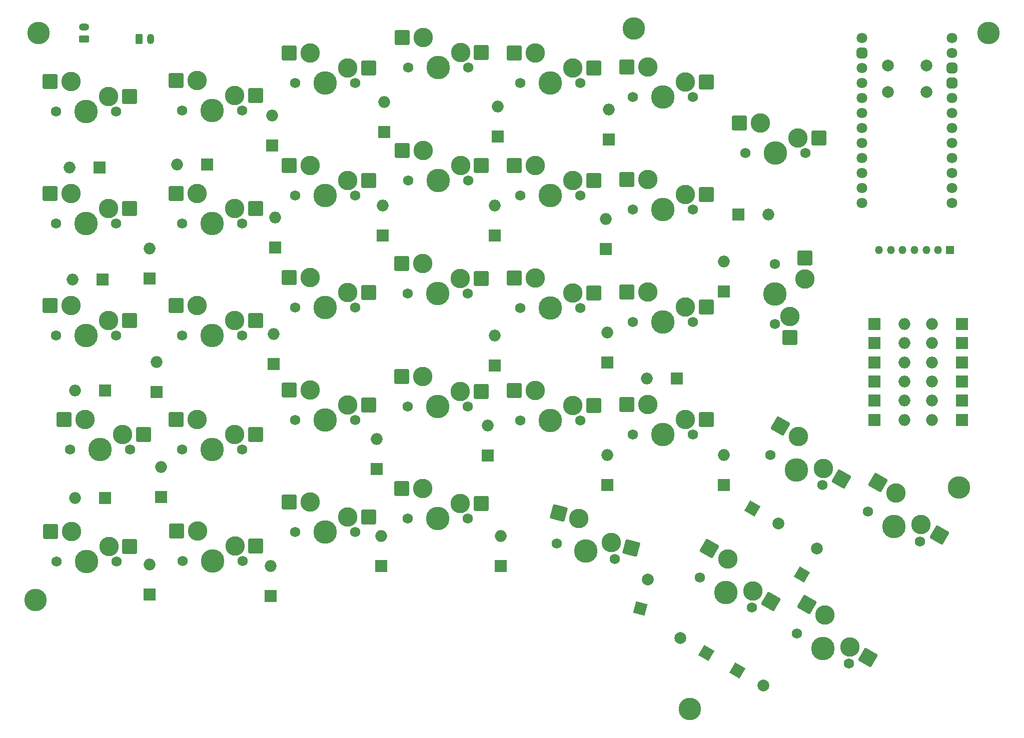
<source format=gts>
%TF.GenerationSoftware,KiCad,Pcbnew,8.0.2-1*%
%TF.CreationDate,2024-06-04T22:44:41+02:00*%
%TF.ProjectId,keyboard_right,6b657962-6f61-4726-945f-72696768742e,rev?*%
%TF.SameCoordinates,Original*%
%TF.FileFunction,Soldermask,Top*%
%TF.FilePolarity,Negative*%
%FSLAX46Y46*%
G04 Gerber Fmt 4.6, Leading zero omitted, Abs format (unit mm)*
G04 Created by KiCad (PCBNEW 8.0.2-1) date 2024-06-04 22:44:41*
%MOMM*%
%LPD*%
G01*
G04 APERTURE LIST*
G04 Aperture macros list*
%AMRoundRect*
0 Rectangle with rounded corners*
0 $1 Rounding radius*
0 $2 $3 $4 $5 $6 $7 $8 $9 X,Y pos of 4 corners*
0 Add a 4 corners polygon primitive as box body*
4,1,4,$2,$3,$4,$5,$6,$7,$8,$9,$2,$3,0*
0 Add four circle primitives for the rounded corners*
1,1,$1+$1,$2,$3*
1,1,$1+$1,$4,$5*
1,1,$1+$1,$6,$7*
1,1,$1+$1,$8,$9*
0 Add four rect primitives between the rounded corners*
20,1,$1+$1,$2,$3,$4,$5,0*
20,1,$1+$1,$4,$5,$6,$7,0*
20,1,$1+$1,$6,$7,$8,$9,0*
20,1,$1+$1,$8,$9,$2,$3,0*%
%AMHorizOval*
0 Thick line with rounded ends*
0 $1 width*
0 $2 $3 position (X,Y) of the first rounded end (center of the circle)*
0 $4 $5 position (X,Y) of the second rounded end (center of the circle)*
0 Add line between two ends*
20,1,$1,$2,$3,$4,$5,0*
0 Add two circle primitives to create the rounded ends*
1,1,$1,$2,$3*
1,1,$1,$4,$5*%
%AMRotRect*
0 Rectangle, with rotation*
0 The origin of the aperture is its center*
0 $1 length*
0 $2 width*
0 $3 Rotation angle, in degrees counterclockwise*
0 Add horizontal line*
21,1,$1,$2,0,0,$3*%
G04 Aperture macros list end*
%ADD10R,2.000000X2.000000*%
%ADD11O,2.000000X2.000000*%
%ADD12C,1.800000*%
%ADD13RoundRect,0.450000X0.450000X0.450000X-0.450000X0.450000X-0.450000X-0.450000X0.450000X-0.450000X0*%
%ADD14R,1.350000X1.350000*%
%ADD15O,1.350000X1.350000*%
%ADD16C,3.800000*%
%ADD17RoundRect,0.250000X0.625000X-0.350000X0.625000X0.350000X-0.625000X0.350000X-0.625000X-0.350000X0*%
%ADD18O,1.750000X1.200000*%
%ADD19RoundRect,0.250000X-0.350000X-0.625000X0.350000X-0.625000X0.350000X0.625000X-0.350000X0.625000X0*%
%ADD20O,1.200000X1.750000*%
%ADD21C,1.750000*%
%ADD22C,3.987800*%
%ADD23C,3.300000*%
%ADD24RoundRect,0.250000X-1.000000X1.025000X-1.000000X-1.025000X1.000000X-1.025000X1.000000X1.025000X0*%
%ADD25RoundRect,0.250000X-1.025000X-1.000000X1.025000X-1.000000X1.025000X1.000000X-1.025000X1.000000X0*%
%ADD26RotRect,2.000000X2.000000X330.000000*%
%ADD27HorizOval,2.000000X0.000000X0.000000X0.000000X0.000000X0*%
%ADD28RoundRect,0.250000X-1.387676X-0.353525X0.387676X-1.378525X1.387676X0.353525X-0.387676X1.378525X0*%
%ADD29RotRect,2.000000X2.000000X150.000000*%
%ADD30HorizOval,2.000000X0.000000X0.000000X0.000000X0.000000X0*%
%ADD31RoundRect,0.250000X-1.248893X-0.700636X0.731255X-1.231215X1.248893X0.700636X-0.731255X1.231215X0*%
%ADD32RotRect,2.000000X2.000000X75.000000*%
%ADD33HorizOval,2.000000X0.000000X0.000000X0.000000X0.000000X0*%
%ADD34HorizOval,2.000000X0.000000X0.000000X0.000000X0.000000X0*%
%ADD35RotRect,2.000000X2.000000X60.000000*%
%ADD36C,2.000000*%
G04 APERTURE END LIST*
D10*
%TO.C,D_I_[6:1]1*%
X183960000Y-96000000D03*
D11*
X189040000Y-96000000D03*
%TD*%
D10*
%TO.C,D_I_[3:2]1*%
X198790000Y-86250000D03*
D11*
X193710000Y-86250000D03*
%TD*%
D10*
%TO.C,D_I_[2:1]1*%
X183960000Y-83000000D03*
D11*
X189040000Y-83000000D03*
%TD*%
D10*
%TO.C,D_I_[5:1]1*%
X183960000Y-92750000D03*
D11*
X189040000Y-92750000D03*
%TD*%
D10*
%TO.C,DI_[1:1]1*%
X183960000Y-79750000D03*
D11*
X189040000Y-79750000D03*
%TD*%
D12*
%TO.C,U1*%
X197120000Y-31337500D03*
X197120000Y-33877500D03*
D13*
X197120000Y-36417500D03*
X197120000Y-38957500D03*
D12*
X197120000Y-41497500D03*
X197120000Y-44037500D03*
X197120000Y-46577500D03*
X197120000Y-49117500D03*
X197120000Y-51657500D03*
X197120000Y-54197500D03*
X197120000Y-56737500D03*
X197120000Y-59277500D03*
X181880000Y-31337500D03*
D13*
X181880000Y-33877500D03*
D12*
X181880000Y-36417500D03*
X181880000Y-38957500D03*
X181880000Y-41497500D03*
X181880000Y-44037500D03*
X181880000Y-46577500D03*
X181880000Y-49117500D03*
X181880000Y-51657500D03*
X181880000Y-54197500D03*
X181880000Y-56737500D03*
X181880000Y-59277500D03*
%TD*%
D10*
%TO.C,D_I_[4:1]1*%
X183960000Y-89500000D03*
D11*
X189040000Y-89500000D03*
%TD*%
D14*
%TO.C,Display*%
X196750000Y-67250000D03*
D15*
X194750000Y-67250000D03*
X192750000Y-67250000D03*
X190750000Y-67250000D03*
X188750000Y-67250000D03*
X186750000Y-67250000D03*
X184750000Y-67250000D03*
%TD*%
D10*
%TO.C,D_I[1:2]1*%
X198790000Y-79750000D03*
D11*
X193710000Y-79750000D03*
%TD*%
D10*
%TO.C,D_I_[5:2]1*%
X198790000Y-92750000D03*
D11*
X193710000Y-92750000D03*
%TD*%
D10*
%TO.C,D_I_[4:2]1*%
X198790000Y-89500000D03*
D11*
X193710000Y-89500000D03*
%TD*%
D10*
%TO.C,D_I_[6:2]1*%
X198790000Y-96000000D03*
D11*
X193710000Y-96000000D03*
%TD*%
D10*
%TO.C,D_I_[2:2]1*%
X198790000Y-83000000D03*
D11*
X193710000Y-83000000D03*
%TD*%
D10*
%TO.C,D_I_[3:1]1*%
X183960000Y-86250000D03*
D11*
X189040000Y-86250000D03*
%TD*%
D16*
%TO.C,H1*%
X198250000Y-107500000D03*
%TD*%
%TO.C,H2*%
X42500000Y-30500000D03*
%TD*%
D17*
%TO.C,Battery1*%
X50200000Y-31500000D03*
D18*
X50200000Y-29500000D03*
%TD*%
D16*
%TO.C,H3*%
X152750000Y-145000000D03*
%TD*%
%TO.C,H6*%
X143250000Y-29750000D03*
%TD*%
D19*
%TO.C,ON/OFF1*%
X59500000Y-31500000D03*
D20*
X61500000Y-31500000D03*
%TD*%
D16*
%TO.C,H7*%
X203250000Y-30500000D03*
%TD*%
%TO.C,H5*%
X42000000Y-126500000D03*
%TD*%
D10*
%TO.C,D[3:2]1*%
X82500000Y-66790000D03*
D11*
X82500000Y-61710000D03*
%TD*%
D21*
%TO.C,SW_[7:2]1*%
X167150000Y-69590000D03*
D22*
X167150000Y-74670000D03*
D21*
X167150000Y-79750000D03*
D23*
X169690000Y-78480000D03*
D24*
X169690000Y-82030000D03*
X172230000Y-68580000D03*
D23*
X172230000Y-72130000D03*
%TD*%
D21*
%TO.C,SW_[1:4]1*%
X47840000Y-101000000D03*
D22*
X52920000Y-101000000D03*
D21*
X58000000Y-101000000D03*
D23*
X56730000Y-98460000D03*
D25*
X60280000Y-98460000D03*
X46830000Y-95920000D03*
D23*
X50380000Y-95920000D03*
%TD*%
D10*
%TO.C,D[4:2]1*%
X100750000Y-64790000D03*
D11*
X100750000Y-59710000D03*
%TD*%
D10*
%TO.C,D[5:1]1*%
X120250000Y-48040000D03*
D11*
X120250000Y-42960000D03*
%TD*%
%TO.C,D[1:5]1*%
X61250000Y-120460000D03*
D10*
X61250000Y-125540000D03*
%TD*%
%TO.C,D[6:2]1*%
X138500000Y-67040000D03*
D11*
X138500000Y-61960000D03*
%TD*%
D21*
%TO.C,SW_[6:1]1*%
X143070000Y-41300000D03*
D22*
X148150000Y-41300000D03*
D21*
X153230000Y-41300000D03*
D23*
X151960000Y-38760000D03*
D25*
X155510000Y-38760000D03*
X142060000Y-36220000D03*
D23*
X145610000Y-36220000D03*
%TD*%
D10*
%TO.C,D[5:2]1*%
X119750000Y-64790000D03*
D11*
X119750000Y-59710000D03*
%TD*%
D21*
%TO.C,SW_[2:4]1*%
X66784800Y-101000000D03*
D22*
X71864800Y-101000000D03*
D21*
X76944800Y-101000000D03*
D23*
X75674800Y-98460000D03*
D25*
X79224800Y-98460000D03*
X65774800Y-95920000D03*
D23*
X69324800Y-95920000D03*
%TD*%
D21*
%TO.C,SW_[2:5]1*%
X66840000Y-119930500D03*
D22*
X71920000Y-119930500D03*
D21*
X77000000Y-119930500D03*
D23*
X75730000Y-117390500D03*
D25*
X79280000Y-117390500D03*
X65830000Y-114850500D03*
D23*
X69380000Y-114850500D03*
%TD*%
%TO.C,SW_[1:3]1*%
X47960000Y-76670000D03*
D25*
X44410000Y-76670000D03*
X57860000Y-79210000D03*
D23*
X54310000Y-79210000D03*
D21*
X55580000Y-81750000D03*
D22*
X50500000Y-81750000D03*
D21*
X45420000Y-81750000D03*
%TD*%
D10*
%TO.C,D[6:1]1*%
X139000000Y-48540000D03*
D11*
X139000000Y-43460000D03*
%TD*%
D10*
%TO.C,D[4:5]1*%
X120750000Y-120790000D03*
D11*
X120750000Y-115710000D03*
%TD*%
D26*
%TO.C,D[7:3]1*%
X163300300Y-110980000D03*
D27*
X167699709Y-113520000D03*
%TD*%
D21*
%TO.C,SW_[6:3]1*%
X143070000Y-79430500D03*
D22*
X148150000Y-79430500D03*
D21*
X153230000Y-79430500D03*
D23*
X151960000Y-76890500D03*
D25*
X155510000Y-76890500D03*
X142060000Y-74350500D03*
D23*
X145610000Y-74350500D03*
%TD*%
D21*
%TO.C,SW_[6:5]1*%
X154400590Y-122710001D03*
D22*
X158800000Y-125250000D03*
D21*
X163199410Y-127789999D03*
D23*
X163369557Y-124955295D03*
D28*
X166443947Y-126730295D03*
X156065905Y-117805591D03*
D23*
X159140295Y-119580591D03*
%TD*%
D21*
%TO.C,SW_[2:2]1*%
X66784800Y-62750000D03*
D22*
X71864800Y-62750000D03*
D21*
X76944800Y-62750000D03*
D23*
X75674800Y-60210000D03*
D25*
X79224800Y-60210000D03*
X65774800Y-57670000D03*
D23*
X69324800Y-57670000D03*
%TD*%
D21*
%TO.C,SW_[4:3]1*%
X105000000Y-74630500D03*
D22*
X110080000Y-74630500D03*
D21*
X115160000Y-74630500D03*
D23*
X113890000Y-72090500D03*
D25*
X117440000Y-72090500D03*
X103990000Y-69550500D03*
D23*
X107540000Y-69550500D03*
%TD*%
D10*
%TO.C,D[1:1]1*%
X52790000Y-53250000D03*
D11*
X47710000Y-53250000D03*
%TD*%
D10*
%TO.C,D[4:1]1*%
X101000000Y-47290000D03*
D11*
X101000000Y-42210000D03*
%TD*%
D10*
%TO.C,D[2:4]1*%
X63250000Y-109040000D03*
D11*
X63250000Y-103960000D03*
%TD*%
D10*
%TO.C,D[1:4]1*%
X53790000Y-109250000D03*
D11*
X48710000Y-109250000D03*
%TD*%
D29*
%TO.C,D[6:5]1*%
X155500000Y-135500000D03*
D30*
X151100591Y-132960000D03*
%TD*%
D21*
%TO.C,SW_[6:4]1*%
X143070000Y-98450000D03*
D22*
X148150000Y-98450000D03*
D21*
X153230000Y-98450000D03*
D23*
X151960000Y-95910000D03*
D25*
X155510000Y-95910000D03*
X142060000Y-93370000D03*
D23*
X145610000Y-93370000D03*
%TD*%
%TO.C,SW_[5:5]1*%
X133954448Y-112670895D03*
D31*
X130525412Y-111752089D03*
X142859714Y-117686657D03*
D23*
X139430677Y-116767850D03*
D21*
X140000004Y-119550001D03*
D22*
X135093100Y-118235200D03*
D21*
X130186196Y-116920399D03*
%TD*%
D10*
%TO.C,D[6:4]1*%
X158500000Y-107040000D03*
D11*
X158500000Y-101960000D03*
%TD*%
D21*
%TO.C,SW_[7:3]1*%
X166351191Y-101970000D03*
D22*
X170750600Y-104510000D03*
D21*
X175150009Y-107050000D03*
D23*
X175320157Y-104215295D03*
D28*
X178394547Y-105990295D03*
X168016505Y-97065591D03*
D23*
X171090895Y-98840591D03*
%TD*%
D21*
%TO.C,SW_[3:1]1*%
X85920000Y-38950600D03*
D22*
X91000000Y-38950600D03*
D21*
X96080000Y-38950600D03*
D23*
X94810000Y-36410600D03*
D25*
X98360000Y-36410600D03*
X84910000Y-33870600D03*
D23*
X88460000Y-33870600D03*
%TD*%
D21*
%TO.C,SW_[6:2]1*%
X143070000Y-60350000D03*
D22*
X148150000Y-60350000D03*
D21*
X153230000Y-60350000D03*
D23*
X151960000Y-57810000D03*
D25*
X155510000Y-57810000D03*
X142060000Y-55270000D03*
D23*
X145610000Y-55270000D03*
%TD*%
D10*
%TO.C,D[5:4]1*%
X138750000Y-107040000D03*
D11*
X138750000Y-101960000D03*
%TD*%
D32*
%TO.C,D[5:5]1*%
X144342600Y-127953500D03*
D33*
X145657400Y-123046597D03*
%TD*%
D11*
%TO.C,D[1:2]1*%
X48210000Y-72250000D03*
D10*
X53290000Y-72250000D03*
%TD*%
%TO.C,D[2:3]1*%
X62500000Y-91290000D03*
D11*
X62500000Y-86210000D03*
%TD*%
D21*
%TO.C,SW_[5:3]1*%
X124020000Y-77050000D03*
D22*
X129100000Y-77050000D03*
D21*
X134180000Y-77050000D03*
D23*
X132910000Y-74510000D03*
D25*
X136460000Y-74510000D03*
X123010000Y-71970000D03*
D23*
X126560000Y-71970000D03*
%TD*%
D10*
%TO.C,D[2:2]1*%
X61250000Y-72040000D03*
D11*
X61250000Y-66960000D03*
%TD*%
D21*
%TO.C,SW_[7:5]1*%
X170850591Y-132210000D03*
D22*
X175250000Y-134750000D03*
D21*
X179649409Y-137290000D03*
D23*
X179819557Y-134455295D03*
D28*
X182893947Y-136230295D03*
X172515905Y-127305591D03*
D23*
X175590295Y-129080591D03*
%TD*%
D21*
%TO.C,SW_[3:4]1*%
X85920000Y-96000000D03*
D22*
X91000000Y-96000000D03*
D21*
X96080000Y-96000000D03*
D23*
X94810000Y-93460000D03*
D25*
X98360000Y-93460000D03*
X84910000Y-90920000D03*
D23*
X88460000Y-90920000D03*
%TD*%
D10*
%TO.C,D[3:5]1*%
X100500000Y-120790000D03*
D11*
X100500000Y-115710000D03*
%TD*%
%TO.C,D[1:3]1*%
X48710000Y-91000000D03*
D10*
X53790000Y-91000000D03*
%TD*%
%TO.C,D[4:4]1*%
X118500000Y-102040000D03*
D11*
X118500000Y-96960000D03*
%TD*%
D21*
%TO.C,SW_[5:1]1*%
X124020000Y-38950000D03*
D22*
X129100000Y-38950000D03*
D21*
X134180000Y-38950000D03*
D23*
X132910000Y-36410000D03*
D25*
X136460000Y-36410000D03*
X123010000Y-33870000D03*
D23*
X126560000Y-33870000D03*
%TD*%
D10*
%TO.C,D[7:1]1*%
X160960000Y-61250000D03*
D11*
X166040000Y-61250000D03*
%TD*%
D21*
%TO.C,SW_[4:5]1*%
X104984800Y-112750000D03*
D22*
X110064800Y-112750000D03*
D21*
X115144800Y-112750000D03*
D23*
X113874800Y-110210000D03*
D25*
X117424800Y-110210000D03*
X103974800Y-107670000D03*
D23*
X107524800Y-107670000D03*
%TD*%
D21*
%TO.C,SW_[1:5]1*%
X45500000Y-120000000D03*
D22*
X50580000Y-120000000D03*
D21*
X55660000Y-120000000D03*
D23*
X54390000Y-117460000D03*
D25*
X57940000Y-117460000D03*
X44490000Y-114920000D03*
D23*
X48040000Y-114920000D03*
%TD*%
D21*
%TO.C,SW_[4:4]1*%
X104984800Y-93750000D03*
D22*
X110064800Y-93750000D03*
D21*
X115144800Y-93750000D03*
D23*
X113874800Y-91210000D03*
D25*
X117424800Y-91210000D03*
X103974800Y-88670000D03*
D23*
X107524800Y-88670000D03*
%TD*%
D21*
%TO.C,SW_[2:1]1*%
X66800000Y-43600000D03*
D22*
X71880000Y-43600000D03*
D21*
X76960000Y-43600000D03*
D23*
X75690000Y-41060000D03*
D25*
X79240000Y-41060000D03*
X65790000Y-38520000D03*
D23*
X69340000Y-38520000D03*
%TD*%
D10*
%TO.C,D[7:2]1*%
X158500000Y-74290000D03*
D11*
X158500000Y-69210000D03*
%TD*%
D21*
%TO.C,SW_[5:4]1*%
X124020000Y-96100000D03*
D22*
X129100000Y-96100000D03*
D21*
X134180000Y-96100000D03*
D23*
X132910000Y-93560000D03*
D25*
X136460000Y-93560000D03*
X123010000Y-91020000D03*
D23*
X126560000Y-91020000D03*
%TD*%
D10*
%TO.C,D[2:5]1*%
X81750000Y-125790000D03*
D11*
X81750000Y-120710000D03*
%TD*%
D26*
%TO.C,D[7:5]1*%
X160800300Y-138480000D03*
D27*
X165199709Y-141020000D03*
%TD*%
D23*
%TO.C,SW_[2:3]1*%
X69324800Y-76670000D03*
D25*
X65774800Y-76670000D03*
X79224800Y-79210000D03*
D23*
X75674800Y-79210000D03*
D21*
X76944800Y-81750000D03*
D22*
X71864800Y-81750000D03*
D21*
X66784800Y-81750000D03*
%TD*%
%TO.C,SW_[4:2]1*%
X105020000Y-55500000D03*
D22*
X110100000Y-55500000D03*
D21*
X115180000Y-55500000D03*
D23*
X113910000Y-52960000D03*
D25*
X117460000Y-52960000D03*
X104010000Y-50420000D03*
D23*
X107560000Y-50420000D03*
%TD*%
D21*
%TO.C,SW_[4:1]1*%
X105020000Y-36350000D03*
D22*
X110100000Y-36350000D03*
D21*
X115180000Y-36350000D03*
D23*
X113910000Y-33810000D03*
D25*
X117460000Y-33810000D03*
X104010000Y-31270000D03*
D23*
X107560000Y-31270000D03*
%TD*%
D34*
%TO.C,D[7:4]1*%
X174270000Y-117800291D03*
D35*
X171730000Y-122199700D03*
%TD*%
D21*
%TO.C,SW_[3:5]1*%
X85920000Y-115000000D03*
D22*
X91000000Y-115000000D03*
D21*
X96080000Y-115000000D03*
D23*
X94810000Y-112460000D03*
D25*
X98360000Y-112460000D03*
X84910000Y-109920000D03*
D23*
X88460000Y-109920000D03*
%TD*%
D10*
%TO.C,D[3:3]1*%
X82250000Y-86540000D03*
D11*
X82250000Y-81460000D03*
%TD*%
D10*
%TO.C,D[3:4]1*%
X99750000Y-104290000D03*
D11*
X99750000Y-99210000D03*
%TD*%
D21*
%TO.C,SW_[7:4]1*%
X182900591Y-111510000D03*
D22*
X187300000Y-114050000D03*
D21*
X191699409Y-116590000D03*
D23*
X191869557Y-113755295D03*
D28*
X194943947Y-115530295D03*
X184565905Y-106605591D03*
D23*
X187640295Y-108380591D03*
%TD*%
D21*
%TO.C,SW_[1:1]1*%
X45420000Y-43750000D03*
D22*
X50500000Y-43750000D03*
D21*
X55580000Y-43750000D03*
D23*
X54310000Y-41210000D03*
D25*
X57860000Y-41210000D03*
X44410000Y-38670000D03*
D23*
X47960000Y-38670000D03*
%TD*%
D21*
%TO.C,SW_[5:2]1*%
X124020000Y-58000000D03*
D22*
X129100000Y-58000000D03*
D21*
X134180000Y-58000000D03*
D23*
X132910000Y-55460000D03*
D25*
X136460000Y-55460000D03*
X123010000Y-52920000D03*
D23*
X126560000Y-52920000D03*
%TD*%
D10*
%TO.C,D[6:3]1*%
X150540000Y-89000000D03*
D11*
X145460000Y-89000000D03*
%TD*%
D21*
%TO.C,SW_[3:2]1*%
X85920000Y-58000100D03*
D22*
X91000000Y-58000100D03*
D21*
X96080000Y-58000100D03*
D23*
X94810000Y-55460100D03*
D25*
X98360000Y-55460100D03*
X84910000Y-52920100D03*
D23*
X88460000Y-52920100D03*
%TD*%
D10*
%TO.C,D[5:3]1*%
X138750000Y-86290000D03*
D11*
X138750000Y-81210000D03*
%TD*%
D10*
%TO.C,D[4:3]1*%
X119750000Y-86790000D03*
D11*
X119750000Y-81710000D03*
%TD*%
D21*
%TO.C,SW_[1:2]1*%
X45420000Y-62750000D03*
D22*
X50500000Y-62750000D03*
D21*
X55580000Y-62750000D03*
D23*
X54310000Y-60210000D03*
D25*
X57860000Y-60210000D03*
X44410000Y-57670000D03*
D23*
X47960000Y-57670000D03*
%TD*%
D10*
%TO.C,D[2:1]1*%
X71040000Y-52750000D03*
D11*
X65960000Y-52750000D03*
%TD*%
D23*
%TO.C,SW_[3:3]1*%
X88460000Y-71920000D03*
D25*
X84910000Y-71920000D03*
X98360000Y-74460000D03*
D23*
X94810000Y-74460000D03*
D21*
X96080000Y-77000000D03*
D22*
X91000000Y-77000000D03*
D21*
X85920000Y-77000000D03*
%TD*%
%TO.C,SW_[7:1]1*%
X162120000Y-50850000D03*
D22*
X167200000Y-50850000D03*
D21*
X172280000Y-50850000D03*
D23*
X171010000Y-48310000D03*
D25*
X174560000Y-48310000D03*
X161110000Y-45770000D03*
D23*
X164660000Y-45770000D03*
%TD*%
D10*
%TO.C,D[3:1]1*%
X82000000Y-49540000D03*
D11*
X82000000Y-44460000D03*
%TD*%
D36*
%TO.C,SW1*%
X186250000Y-36000000D03*
X192750000Y-36000000D03*
X186250000Y-40500000D03*
X192750000Y-40500000D03*
%TD*%
M02*

</source>
